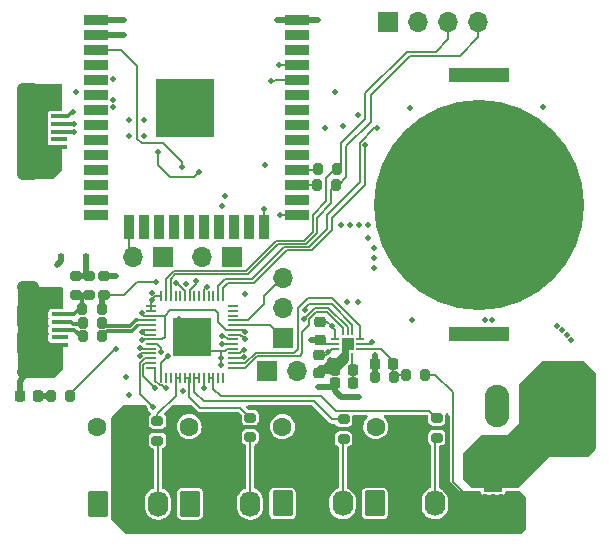
<source format=gtl>
G04 #@! TF.GenerationSoftware,KiCad,Pcbnew,(6.0.7)*
G04 #@! TF.CreationDate,2022-10-27T11:48:24+02:00*
G04 #@! TF.ProjectId,mainControl,6d61696e-436f-46e7-9472-6f6c2e6b6963,rev?*
G04 #@! TF.SameCoordinates,Original*
G04 #@! TF.FileFunction,Copper,L1,Top*
G04 #@! TF.FilePolarity,Positive*
%FSLAX46Y46*%
G04 Gerber Fmt 4.6, Leading zero omitted, Abs format (unit mm)*
G04 Created by KiCad (PCBNEW (6.0.7)) date 2022-10-27 11:48:24*
%MOMM*%
%LPD*%
G01*
G04 APERTURE LIST*
G04 Aperture macros list*
%AMRoundRect*
0 Rectangle with rounded corners*
0 $1 Rounding radius*
0 $2 $3 $4 $5 $6 $7 $8 $9 X,Y pos of 4 corners*
0 Add a 4 corners polygon primitive as box body*
4,1,4,$2,$3,$4,$5,$6,$7,$8,$9,$2,$3,0*
0 Add four circle primitives for the rounded corners*
1,1,$1+$1,$2,$3*
1,1,$1+$1,$4,$5*
1,1,$1+$1,$6,$7*
1,1,$1+$1,$8,$9*
0 Add four rect primitives between the rounded corners*
20,1,$1+$1,$2,$3,$4,$5,0*
20,1,$1+$1,$4,$5,$6,$7,0*
20,1,$1+$1,$6,$7,$8,$9,0*
20,1,$1+$1,$8,$9,$2,$3,0*%
G04 Aperture macros list end*
G04 #@! TA.AperFunction,SMDPad,CuDef*
%ADD10RoundRect,0.200000X-0.275000X0.200000X-0.275000X-0.200000X0.275000X-0.200000X0.275000X0.200000X0*%
G04 #@! TD*
G04 #@! TA.AperFunction,SMDPad,CuDef*
%ADD11RoundRect,0.200000X-0.200000X-0.275000X0.200000X-0.275000X0.200000X0.275000X-0.200000X0.275000X0*%
G04 #@! TD*
G04 #@! TA.AperFunction,ComponentPad*
%ADD12R,1.700000X1.700000*%
G04 #@! TD*
G04 #@! TA.AperFunction,ComponentPad*
%ADD13O,1.700000X1.700000*%
G04 #@! TD*
G04 #@! TA.AperFunction,SMDPad,CuDef*
%ADD14RoundRect,0.218750X-0.218750X-0.256250X0.218750X-0.256250X0.218750X0.256250X-0.218750X0.256250X0*%
G04 #@! TD*
G04 #@! TA.AperFunction,SMDPad,CuDef*
%ADD15R,2.000000X0.900000*%
G04 #@! TD*
G04 #@! TA.AperFunction,SMDPad,CuDef*
%ADD16R,0.900000X2.000000*%
G04 #@! TD*
G04 #@! TA.AperFunction,SMDPad,CuDef*
%ADD17R,5.000000X5.000000*%
G04 #@! TD*
G04 #@! TA.AperFunction,SMDPad,CuDef*
%ADD18R,5.080000X1.270000*%
G04 #@! TD*
G04 #@! TA.AperFunction,SMDPad,CuDef*
%ADD19C,17.800000*%
G04 #@! TD*
G04 #@! TA.AperFunction,ComponentPad*
%ADD20RoundRect,0.250000X-0.620000X-0.845000X0.620000X-0.845000X0.620000X0.845000X-0.620000X0.845000X0*%
G04 #@! TD*
G04 #@! TA.AperFunction,ComponentPad*
%ADD21O,1.740000X2.190000*%
G04 #@! TD*
G04 #@! TA.AperFunction,SMDPad,CuDef*
%ADD22RoundRect,0.200000X0.275000X-0.200000X0.275000X0.200000X-0.275000X0.200000X-0.275000X-0.200000X0*%
G04 #@! TD*
G04 #@! TA.AperFunction,SMDPad,CuDef*
%ADD23RoundRect,0.200000X0.200000X0.275000X-0.200000X0.275000X-0.200000X-0.275000X0.200000X-0.275000X0*%
G04 #@! TD*
G04 #@! TA.AperFunction,SMDPad,CuDef*
%ADD24RoundRect,0.225000X0.250000X-0.225000X0.250000X0.225000X-0.250000X0.225000X-0.250000X-0.225000X0*%
G04 #@! TD*
G04 #@! TA.AperFunction,SMDPad,CuDef*
%ADD25O,0.200000X0.700000*%
G04 #@! TD*
G04 #@! TA.AperFunction,SMDPad,CuDef*
%ADD26O,0.700000X0.200000*%
G04 #@! TD*
G04 #@! TA.AperFunction,SMDPad,CuDef*
%ADD27R,1.000000X1.000000*%
G04 #@! TD*
G04 #@! TA.AperFunction,SMDPad,CuDef*
%ADD28RoundRect,0.093750X-0.106250X0.093750X-0.106250X-0.093750X0.106250X-0.093750X0.106250X0.093750X0*%
G04 #@! TD*
G04 #@! TA.AperFunction,SMDPad,CuDef*
%ADD29R,1.600000X1.000000*%
G04 #@! TD*
G04 #@! TA.AperFunction,ComponentPad*
%ADD30R,1.600000X1.600000*%
G04 #@! TD*
G04 #@! TA.AperFunction,ComponentPad*
%ADD31C,1.600000*%
G04 #@! TD*
G04 #@! TA.AperFunction,SMDPad,CuDef*
%ADD32R,0.600000X0.450000*%
G04 #@! TD*
G04 #@! TA.AperFunction,ComponentPad*
%ADD33RoundRect,0.249999X0.790001X1.550001X-0.790001X1.550001X-0.790001X-1.550001X0.790001X-1.550001X0*%
G04 #@! TD*
G04 #@! TA.AperFunction,ComponentPad*
%ADD34O,2.080000X3.600000*%
G04 #@! TD*
G04 #@! TA.AperFunction,SMDPad,CuDef*
%ADD35R,1.400000X0.400000*%
G04 #@! TD*
G04 #@! TA.AperFunction,SMDPad,CuDef*
%ADD36R,1.900000X1.750000*%
G04 #@! TD*
G04 #@! TA.AperFunction,SMDPad,CuDef*
%ADD37R,1.450000X1.150000*%
G04 #@! TD*
G04 #@! TA.AperFunction,ComponentPad*
%ADD38O,1.900000X1.050000*%
G04 #@! TD*
G04 #@! TA.AperFunction,SMDPad,CuDef*
%ADD39RoundRect,0.225000X0.225000X0.250000X-0.225000X0.250000X-0.225000X-0.250000X0.225000X-0.250000X0*%
G04 #@! TD*
G04 #@! TA.AperFunction,SMDPad,CuDef*
%ADD40RoundRect,0.225000X-0.250000X0.225000X-0.250000X-0.225000X0.250000X-0.225000X0.250000X0.225000X0*%
G04 #@! TD*
G04 #@! TA.AperFunction,SMDPad,CuDef*
%ADD41RoundRect,0.050000X0.050000X-0.387500X0.050000X0.387500X-0.050000X0.387500X-0.050000X-0.387500X0*%
G04 #@! TD*
G04 #@! TA.AperFunction,SMDPad,CuDef*
%ADD42RoundRect,0.050000X0.387500X-0.050000X0.387500X0.050000X-0.387500X0.050000X-0.387500X-0.050000X0*%
G04 #@! TD*
G04 #@! TA.AperFunction,SMDPad,CuDef*
%ADD43R,3.200000X3.200000*%
G04 #@! TD*
G04 #@! TA.AperFunction,ViaPad*
%ADD44C,0.500000*%
G04 #@! TD*
G04 #@! TA.AperFunction,Conductor*
%ADD45C,0.200000*%
G04 #@! TD*
G04 #@! TA.AperFunction,Conductor*
%ADD46C,0.500000*%
G04 #@! TD*
G04 #@! TA.AperFunction,Conductor*
%ADD47C,0.127000*%
G04 #@! TD*
G04 #@! TA.AperFunction,Conductor*
%ADD48C,0.300000*%
G04 #@! TD*
G04 APERTURE END LIST*
D10*
X75470000Y-154830000D03*
X75470000Y-156480000D03*
D11*
X76075000Y-158800000D03*
X77725000Y-158800000D03*
D12*
X91650000Y-162875000D03*
D13*
X94190000Y-162875000D03*
D14*
X70735000Y-164979533D03*
X72310000Y-164979533D03*
D15*
X77200000Y-133145000D03*
X77200000Y-134415000D03*
X77200000Y-135685000D03*
X77200000Y-136955000D03*
X77200000Y-138225000D03*
X77200000Y-139495000D03*
X77200000Y-140765000D03*
X77200000Y-142035000D03*
X77200000Y-143305000D03*
X77200000Y-144575000D03*
X77200000Y-145845000D03*
X77200000Y-147115000D03*
X77200000Y-148385000D03*
X77200000Y-149655000D03*
D16*
X79985000Y-150655000D03*
X81255000Y-150655000D03*
X82525000Y-150655000D03*
X83795000Y-150655000D03*
X85065000Y-150655000D03*
X86335000Y-150655000D03*
X87605000Y-150655000D03*
X88875000Y-150655000D03*
X90145000Y-150655000D03*
X91415000Y-150655000D03*
D15*
X94200000Y-149655000D03*
X94200000Y-148385000D03*
X94200000Y-147115000D03*
X94200000Y-145845000D03*
X94200000Y-144575000D03*
X94200000Y-143305000D03*
X94200000Y-142035000D03*
X94200000Y-140765000D03*
X94200000Y-139495000D03*
X94200000Y-138225000D03*
X94200000Y-136955000D03*
X94200000Y-135685000D03*
X94200000Y-134415000D03*
X94200000Y-133145000D03*
D17*
X84700000Y-140645000D03*
D18*
X109600000Y-159785000D03*
X109600000Y-137815000D03*
D19*
X109600000Y-148800000D03*
D11*
X76045000Y-157655000D03*
X77695000Y-157655000D03*
D20*
X100800000Y-174100000D03*
D21*
X103340000Y-174100000D03*
X105880000Y-174100000D03*
D22*
X98150000Y-168625000D03*
X98150000Y-166975000D03*
D23*
X97625000Y-145800000D03*
X95975000Y-145800000D03*
D24*
X96200000Y-160250000D03*
X96200000Y-158700000D03*
D12*
X101950000Y-133375000D03*
D13*
X104490000Y-133375000D03*
X107030000Y-133375000D03*
X109570000Y-133375000D03*
D12*
X93000000Y-160075000D03*
D13*
X93000000Y-157535000D03*
X93000000Y-154995000D03*
D25*
X98100000Y-161675000D03*
X98500000Y-161675000D03*
X98900000Y-161675000D03*
D26*
X99575000Y-161000000D03*
X99575000Y-160600000D03*
X99575000Y-160200000D03*
D25*
X98900000Y-159525000D03*
X98500000Y-159525000D03*
X98100000Y-159525000D03*
D26*
X97425000Y-160200000D03*
X97425000Y-160600000D03*
X97425000Y-161000000D03*
D27*
X98500000Y-160600000D03*
D14*
X97412500Y-163900000D03*
X98987500Y-163900000D03*
D23*
X97525000Y-147100000D03*
X95875000Y-147100000D03*
D12*
X82900000Y-153225000D03*
D13*
X80360000Y-153225000D03*
D28*
X111450000Y-171712500D03*
X110800000Y-171712500D03*
X110150000Y-171712500D03*
X110150000Y-173487500D03*
X110800000Y-173487500D03*
X111450000Y-173487500D03*
D29*
X110800000Y-172600000D03*
D23*
X75025000Y-165000000D03*
X73375000Y-165000000D03*
D30*
X87582380Y-167600000D03*
D31*
X85082380Y-167600000D03*
D20*
X85160000Y-174120000D03*
D21*
X87700000Y-174120000D03*
X90240000Y-174120000D03*
D11*
X103429524Y-163200000D03*
X105079524Y-163200000D03*
X76070000Y-159950000D03*
X77720000Y-159950000D03*
X100775000Y-163400000D03*
X102425000Y-163400000D03*
D20*
X93000000Y-174100000D03*
D21*
X95540000Y-174100000D03*
X98080000Y-174100000D03*
D30*
X103382380Y-167600000D03*
D31*
X100882380Y-167600000D03*
D32*
X74220000Y-153155000D03*
X76320000Y-153155000D03*
D30*
X95482380Y-167600000D03*
D31*
X92982380Y-167600000D03*
D33*
X116240000Y-165877500D03*
D34*
X111160000Y-165877500D03*
D12*
X88700000Y-153225000D03*
D13*
X86160000Y-153225000D03*
D22*
X82400000Y-168775000D03*
X82400000Y-167125000D03*
D20*
X77360000Y-174120000D03*
D21*
X79900000Y-174120000D03*
X82440000Y-174120000D03*
D22*
X77870000Y-156480000D03*
X77870000Y-154830000D03*
D35*
X74120000Y-158080000D03*
X74120000Y-158730000D03*
X74120000Y-159380000D03*
X74120000Y-160030000D03*
X74120000Y-160680000D03*
D36*
X71470000Y-158255000D03*
D37*
X73700000Y-157060000D03*
D36*
X71470000Y-160505000D03*
D38*
X71470000Y-162955000D03*
D37*
X73700000Y-161700000D03*
D38*
X71470000Y-155805000D03*
D35*
X74050000Y-141325000D03*
X74050000Y-141975000D03*
X74050000Y-142625000D03*
X74050000Y-143275000D03*
X74050000Y-143925000D03*
D37*
X73630000Y-140305000D03*
D36*
X71400000Y-143750000D03*
D38*
X71400000Y-139050000D03*
D36*
X71400000Y-141500000D03*
D38*
X71400000Y-146200000D03*
D37*
X73630000Y-144945000D03*
D39*
X98975000Y-162800000D03*
X97425000Y-162800000D03*
D40*
X96100000Y-161500000D03*
X96100000Y-163050000D03*
D41*
X82725000Y-163437500D03*
X83125000Y-163437500D03*
X83525000Y-163437500D03*
X83925000Y-163437500D03*
X84325000Y-163437500D03*
X84725000Y-163437500D03*
X85125000Y-163437500D03*
X85525000Y-163437500D03*
X85925000Y-163437500D03*
X86325000Y-163437500D03*
X86725000Y-163437500D03*
X87125000Y-163437500D03*
X87525000Y-163437500D03*
X87925000Y-163437500D03*
D42*
X88762500Y-162600000D03*
X88762500Y-162200000D03*
X88762500Y-161800000D03*
X88762500Y-161400000D03*
X88762500Y-161000000D03*
X88762500Y-160600000D03*
X88762500Y-160200000D03*
X88762500Y-159800000D03*
X88762500Y-159400000D03*
X88762500Y-159000000D03*
X88762500Y-158600000D03*
X88762500Y-158200000D03*
X88762500Y-157800000D03*
X88762500Y-157400000D03*
D41*
X87925000Y-156562500D03*
X87525000Y-156562500D03*
X87125000Y-156562500D03*
X86725000Y-156562500D03*
X86325000Y-156562500D03*
X85925000Y-156562500D03*
X85525000Y-156562500D03*
X85125000Y-156562500D03*
X84725000Y-156562500D03*
X84325000Y-156562500D03*
X83925000Y-156562500D03*
X83525000Y-156562500D03*
X83125000Y-156562500D03*
X82725000Y-156562500D03*
D42*
X81887500Y-157400000D03*
X81887500Y-157800000D03*
X81887500Y-158200000D03*
X81887500Y-158600000D03*
X81887500Y-159000000D03*
X81887500Y-159400000D03*
X81887500Y-159800000D03*
X81887500Y-160200000D03*
X81887500Y-160600000D03*
X81887500Y-161000000D03*
X81887500Y-161400000D03*
X81887500Y-161800000D03*
X81887500Y-162200000D03*
X81887500Y-162600000D03*
D43*
X85325000Y-160000000D03*
D22*
X106050000Y-168525000D03*
X106050000Y-166875000D03*
X90250000Y-168475000D03*
X90250000Y-166825000D03*
D10*
X76570000Y-154830000D03*
X76570000Y-156480000D03*
D30*
X79782380Y-167600000D03*
D31*
X77282380Y-167600000D03*
D39*
X102375000Y-162300000D03*
X100825000Y-162300000D03*
D44*
X109600000Y-159800000D03*
X110600000Y-137800000D03*
X107700000Y-159800000D03*
X111500000Y-159800000D03*
X108600000Y-137800000D03*
X108600000Y-159800000D03*
X107600000Y-137800000D03*
X109600000Y-137800000D03*
X111500000Y-137800000D03*
X110500000Y-159800000D03*
X84850000Y-155550000D03*
X78650000Y-138200000D03*
X84250000Y-159600000D03*
X98100000Y-142150000D03*
X107514286Y-142450000D03*
X92555000Y-133145000D03*
X110800000Y-172600000D03*
X110150000Y-158600000D03*
X103700000Y-153100000D03*
X97006717Y-161952748D03*
X103700000Y-152500000D03*
X103700000Y-150650000D03*
X99350000Y-157050000D03*
X111350000Y-172600000D03*
X84550000Y-164550000D03*
X85800000Y-139550000D03*
X85800000Y-141750000D03*
X103700000Y-151900000D03*
X79950000Y-142950000D03*
X97450000Y-139300000D03*
X87900000Y-148900000D03*
X97150000Y-159100000D03*
X84250000Y-160700000D03*
X103700000Y-151300000D03*
X110250000Y-172600000D03*
X83600000Y-141750000D03*
X98450000Y-157000000D03*
X79950000Y-164950000D03*
X108214286Y-143850000D03*
X107514286Y-141650000D03*
X87750000Y-162400000D03*
X103700000Y-150000000D03*
X79950000Y-141650000D03*
X110750000Y-158600000D03*
X83600000Y-139550000D03*
X78850000Y-154800000D03*
X95950000Y-133150000D03*
X78945000Y-133145000D03*
X89850000Y-156400000D03*
X87750000Y-161800000D03*
X97650000Y-161950000D03*
X81250000Y-142950000D03*
X79550000Y-133150000D03*
X115014286Y-140550000D03*
X100850000Y-161500000D03*
X75500000Y-139300000D03*
X81250000Y-141650000D03*
X84250000Y-158500000D03*
X87882394Y-160596938D03*
X88150000Y-148050000D03*
X81050000Y-159550000D03*
X83300000Y-161600000D03*
X103950000Y-158600000D03*
X86350000Y-164350000D03*
X98700000Y-150500000D03*
X100700000Y-154200000D03*
X79700000Y-163400000D03*
X99350000Y-141250000D03*
X81900000Y-156850000D03*
X78650000Y-140500000D03*
X86550000Y-155750000D03*
X99450000Y-150500000D03*
X103800000Y-140650000D03*
X78650000Y-139950000D03*
X100250000Y-151600000D03*
X95400000Y-160250000D03*
X89800000Y-160176503D03*
X100700000Y-153350000D03*
X81900000Y-156250000D03*
X100700000Y-152450000D03*
X100250000Y-150500000D03*
X79550000Y-134450000D03*
X78950000Y-134450000D03*
X97950000Y-150500000D03*
X91500000Y-145450000D03*
X96550000Y-142300000D03*
X116650000Y-159450000D03*
X110750000Y-174550000D03*
X73850000Y-153950000D03*
X110100000Y-174550000D03*
X117450000Y-160250000D03*
X112050000Y-174550000D03*
X109450000Y-174550000D03*
X117050000Y-159850000D03*
X108200000Y-173900000D03*
X111400000Y-174550000D03*
X116250000Y-159050000D03*
X112700000Y-173850000D03*
X89800000Y-159550000D03*
X81050000Y-160250000D03*
X81050000Y-158000000D03*
X84500000Y-145600000D03*
X75250000Y-140950000D03*
X75300000Y-142000000D03*
X75300000Y-142626503D03*
X85950000Y-146050000D03*
X82450000Y-144350000D03*
X92750000Y-149650000D03*
X87900000Y-159900000D03*
X83100000Y-164350000D03*
X91450000Y-149200000D03*
X92000000Y-138300000D03*
X92650000Y-137000000D03*
X82188873Y-164361127D03*
X82050000Y-165950000D03*
X80897226Y-161604923D03*
X80890725Y-160963249D03*
X82700000Y-161300000D03*
X100550000Y-160450000D03*
X95950000Y-164250000D03*
X99450000Y-165050000D03*
X96850000Y-161300000D03*
X99950000Y-143750000D03*
X100980837Y-142319163D03*
X94850000Y-157700000D03*
X89733309Y-161694436D03*
X89750893Y-161068181D03*
X94800000Y-158500000D03*
X85650000Y-155300000D03*
X78850000Y-161050000D03*
X82250000Y-155350000D03*
X83965000Y-155448583D03*
D45*
X109600000Y-159785000D02*
X109600000Y-159800000D01*
X98100000Y-161675000D02*
X98100000Y-161000000D01*
D46*
X95945000Y-133145000D02*
X95950000Y-133150000D01*
D45*
X79985000Y-150655000D02*
X79985000Y-152850000D01*
X84705000Y-140645000D02*
X84700000Y-140645000D01*
D46*
X94200000Y-133145000D02*
X95945000Y-133145000D01*
X100775000Y-163400000D02*
X100775000Y-162350000D01*
D45*
X83600000Y-141745000D02*
X84700000Y-140645000D01*
D46*
X70735000Y-163690000D02*
X71470000Y-162955000D01*
X77870000Y-154830000D02*
X78820000Y-154830000D01*
X79545000Y-133145000D02*
X79550000Y-133150000D01*
X100825000Y-161525000D02*
X100850000Y-161500000D01*
D45*
X98500000Y-161675000D02*
X98500000Y-160600000D01*
D46*
X78945000Y-133145000D02*
X79545000Y-133145000D01*
D45*
X87750000Y-162400000D02*
X87750000Y-161800000D01*
X87750000Y-161200000D02*
X87800000Y-161150000D01*
X88300000Y-161000000D02*
X88150000Y-161150000D01*
X85800000Y-141750000D02*
X84700000Y-140650000D01*
X84695000Y-140645000D02*
X84700000Y-140645000D01*
X97925000Y-161675000D02*
X98500000Y-161675000D01*
D46*
X94200000Y-133145000D02*
X92555000Y-133145000D01*
D45*
X88762500Y-161000000D02*
X88300000Y-161000000D01*
X96200000Y-163050000D02*
X97175000Y-163050000D01*
X98100000Y-161000000D02*
X98500000Y-160600000D01*
X83600000Y-139550000D02*
X84695000Y-140645000D01*
X97425000Y-162175000D02*
X97425000Y-162800000D01*
X87750000Y-161800000D02*
X87750000Y-161200000D01*
X85800000Y-139550000D02*
X84705000Y-140645000D01*
X84700000Y-140650000D02*
X84700000Y-140645000D01*
D46*
X70735000Y-164979533D02*
X70735000Y-163690000D01*
X100825000Y-162300000D02*
X100825000Y-161525000D01*
X78820000Y-154830000D02*
X78850000Y-154800000D01*
X100775000Y-162350000D02*
X100825000Y-162300000D01*
D45*
X87800000Y-161150000D02*
X86475000Y-161150000D01*
X86475000Y-161150000D02*
X85325000Y-160000000D01*
X97150000Y-159100000D02*
X97425000Y-159375000D01*
X88150000Y-161150000D02*
X87800000Y-161150000D01*
X97425000Y-159375000D02*
X97425000Y-160200000D01*
X97150000Y-159100000D02*
X96750000Y-158700000D01*
X83600000Y-141750000D02*
X83600000Y-141745000D01*
X79985000Y-152850000D02*
X80335000Y-153200000D01*
D46*
X77200000Y-133145000D02*
X78945000Y-133145000D01*
D45*
X97175000Y-163050000D02*
X97425000Y-162800000D01*
X97650000Y-161950000D02*
X97925000Y-161675000D01*
X96750000Y-158700000D02*
X96200000Y-158700000D01*
X97650000Y-161950000D02*
X97425000Y-162175000D01*
X87882394Y-160596938D02*
X88171518Y-160596938D01*
X88171518Y-160596938D02*
X88174580Y-160600000D01*
X88174580Y-160600000D02*
X88762500Y-160600000D01*
X89375420Y-159800000D02*
X88762500Y-159800000D01*
X89800000Y-160176503D02*
X89650497Y-160027000D01*
X89602420Y-160027000D02*
X89375420Y-159800000D01*
X96550000Y-160600000D02*
X96200000Y-160250000D01*
X97425000Y-160600000D02*
X96550000Y-160600000D01*
X89650497Y-160027000D02*
X89602420Y-160027000D01*
X86325000Y-163437500D02*
X86325000Y-164325000D01*
D46*
X78915000Y-134415000D02*
X77200000Y-134415000D01*
D47*
X81887500Y-159400000D02*
X81200000Y-159400000D01*
D45*
X81887500Y-157800000D02*
X81887500Y-157400000D01*
D46*
X78950000Y-134450000D02*
X78915000Y-134415000D01*
D45*
X83300000Y-161600000D02*
X82725000Y-162175000D01*
D47*
X81887500Y-159800000D02*
X81300000Y-159800000D01*
D46*
X78950000Y-134450000D02*
X79550000Y-134450000D01*
D45*
X82712500Y-156550000D02*
X82725000Y-156562500D01*
X82200000Y-156550000D02*
X82712500Y-156550000D01*
X81887500Y-156862500D02*
X81900000Y-156850000D01*
X81900000Y-156850000D02*
X82200000Y-156550000D01*
D47*
X81200000Y-159400000D02*
X81050000Y-159550000D01*
D45*
X86325000Y-164325000D02*
X86350000Y-164350000D01*
D46*
X96200000Y-160250000D02*
X95400000Y-160250000D01*
D47*
X81300000Y-159800000D02*
X81050000Y-159550000D01*
D45*
X81887500Y-157400000D02*
X81887500Y-156862500D01*
X86325000Y-156562500D02*
X86325000Y-155975000D01*
X86325000Y-155975000D02*
X86550000Y-155750000D01*
X82725000Y-162175000D02*
X82725000Y-163437500D01*
X112675000Y-173875000D02*
X112700000Y-173850000D01*
X110800000Y-174500000D02*
X110750000Y-174550000D01*
X107400000Y-164700000D02*
X107400000Y-172250000D01*
X109375000Y-173875000D02*
X108225000Y-173875000D01*
X109375000Y-174475000D02*
X109450000Y-174550000D01*
X111450000Y-174500000D02*
X111400000Y-174550000D01*
X111450000Y-173950000D02*
X112050000Y-174550000D01*
X109375000Y-173875000D02*
X109375000Y-174475000D01*
X105079524Y-163200000D02*
X105900000Y-163200000D01*
X110150000Y-174500000D02*
X110100000Y-174550000D01*
X109025000Y-173875000D02*
X109375000Y-173875000D01*
D46*
X74220000Y-153580000D02*
X73850000Y-153950000D01*
D45*
X108225000Y-173875000D02*
X108200000Y-173900000D01*
X109375000Y-173875000D02*
X111450000Y-173875000D01*
X110150000Y-173875000D02*
X110150000Y-174500000D01*
X107400000Y-172250000D02*
X109025000Y-173875000D01*
X111450000Y-173875000D02*
X112675000Y-173875000D01*
X105900000Y-163200000D02*
X107400000Y-164700000D01*
X111450000Y-173875000D02*
X111450000Y-173950000D01*
X111450000Y-173875000D02*
X111450000Y-174500000D01*
D46*
X74220000Y-153155000D02*
X74220000Y-153580000D01*
D45*
X110800000Y-173875000D02*
X110800000Y-174500000D01*
D47*
X81887500Y-160200000D02*
X81100000Y-160200000D01*
D45*
X81887500Y-158200000D02*
X81250000Y-158200000D01*
X82800000Y-160200000D02*
X81887500Y-160200000D01*
X89800000Y-159550000D02*
X89650000Y-159400000D01*
X83450000Y-157750000D02*
X83000000Y-158200000D01*
X87550000Y-158750000D02*
X87550000Y-158000000D01*
X88762500Y-159400000D02*
X88200000Y-159400000D01*
X83000000Y-160000000D02*
X82800000Y-160200000D01*
X88200000Y-159400000D02*
X87550000Y-158750000D01*
X87300000Y-157750000D02*
X83450000Y-157750000D01*
X83000000Y-158200000D02*
X83000000Y-160000000D01*
X81250000Y-158200000D02*
X81050000Y-158000000D01*
X89650000Y-159400000D02*
X88762500Y-159400000D01*
X87550000Y-158000000D02*
X87300000Y-157750000D01*
D47*
X81100000Y-160200000D02*
X81050000Y-160250000D01*
D45*
X83000000Y-158200000D02*
X81887500Y-158200000D01*
X81050000Y-143600000D02*
X82900000Y-143600000D01*
X82900000Y-143600000D02*
X84500000Y-145200000D01*
X84500000Y-145200000D02*
X84500000Y-145600000D01*
X77200000Y-135685000D02*
X79285000Y-135685000D01*
X80700000Y-143250000D02*
X81050000Y-143600000D01*
X79285000Y-135685000D02*
X80700000Y-137100000D01*
X80700000Y-137100000D02*
X80700000Y-143250000D01*
D46*
X76320000Y-153155000D02*
X76320000Y-154580000D01*
X75470000Y-154830000D02*
X76570000Y-154830000D01*
X76320000Y-154580000D02*
X76570000Y-154830000D01*
X72310000Y-164979533D02*
X73354533Y-164979533D01*
X73354533Y-164979533D02*
X73375000Y-165000000D01*
D48*
X76045000Y-157655000D02*
X76050000Y-157650000D01*
X76050000Y-157650000D02*
X76050000Y-156750000D01*
X75370000Y-158080000D02*
X75795000Y-157655000D01*
X76570000Y-156480000D02*
X75470000Y-156480000D01*
X75795000Y-157655000D02*
X76045000Y-157655000D01*
X75780000Y-156480000D02*
X75470000Y-156480000D01*
X74120000Y-158080000D02*
X75370000Y-158080000D01*
X76050000Y-156750000D02*
X75780000Y-156480000D01*
X75080000Y-158730000D02*
X75250000Y-158900000D01*
X75250000Y-158900000D02*
X75975000Y-158900000D01*
X74120000Y-158730000D02*
X75080000Y-158730000D01*
X75975000Y-158900000D02*
X76075000Y-158800000D01*
X75900000Y-159950000D02*
X76070000Y-159950000D01*
X75330000Y-159380000D02*
X75900000Y-159950000D01*
X74120000Y-159380000D02*
X75330000Y-159380000D01*
D47*
X88762500Y-159000000D02*
X91925000Y-159000000D01*
X91925000Y-159000000D02*
X93000000Y-160075000D01*
X90050000Y-158600000D02*
X91400000Y-157250000D01*
X92790000Y-155160000D02*
X93000000Y-155160000D01*
X91400000Y-157250000D02*
X91400000Y-156550000D01*
X91400000Y-156550000D02*
X92790000Y-155160000D01*
X88762500Y-158600000D02*
X90050000Y-158600000D01*
D45*
X82440000Y-174120000D02*
X82440000Y-168815000D01*
X82440000Y-168815000D02*
X82400000Y-168775000D01*
X90250000Y-168475000D02*
X90240000Y-168485000D01*
X90240000Y-168485000D02*
X90240000Y-174120000D01*
X98080000Y-174100000D02*
X98080000Y-168695000D01*
X98080000Y-168695000D02*
X98150000Y-168625000D01*
X105900000Y-168675000D02*
X105900000Y-174080000D01*
X106050000Y-168525000D02*
X105900000Y-168675000D01*
X105900000Y-174080000D02*
X105880000Y-174100000D01*
D48*
X75200000Y-140950000D02*
X75250000Y-140950000D01*
X74050000Y-141325000D02*
X74825000Y-141325000D01*
X74825000Y-141325000D02*
X75200000Y-140950000D01*
X74050000Y-141975000D02*
X75275000Y-141975000D01*
X75275000Y-141975000D02*
X75300000Y-142000000D01*
X75298497Y-142625000D02*
X75300000Y-142626503D01*
X74050000Y-142625000D02*
X75298497Y-142625000D01*
D47*
X82450000Y-144350000D02*
X82450000Y-145450000D01*
X82450000Y-145450000D02*
X83500000Y-146500000D01*
X85500000Y-146500000D02*
X85950000Y-146050000D01*
X83500000Y-146500000D02*
X85500000Y-146500000D01*
D45*
X94200000Y-149655000D02*
X92755000Y-149655000D01*
X92755000Y-149655000D02*
X92750000Y-149650000D01*
X88333263Y-160200000D02*
X88762500Y-160200000D01*
X88033263Y-159900000D02*
X88333263Y-160200000D01*
X87900000Y-159900000D02*
X88033263Y-159900000D01*
D48*
X80226869Y-159527000D02*
X80676935Y-159076935D01*
X77720000Y-159950000D02*
X78143000Y-159527000D01*
D47*
X81887500Y-159000000D02*
X80753870Y-159000000D01*
X80753870Y-159000000D02*
X80676935Y-159076935D01*
D48*
X78143000Y-159527000D02*
X80226869Y-159527000D01*
X80550000Y-158600000D02*
X80700000Y-158600000D01*
X78025000Y-159100000D02*
X80050000Y-159100000D01*
D47*
X81887500Y-158600000D02*
X80700000Y-158600000D01*
D48*
X77725000Y-158800000D02*
X78025000Y-159100000D01*
X80050000Y-159100000D02*
X80550000Y-158600000D01*
D47*
X82150000Y-162600000D02*
X82200000Y-162650000D01*
X81887500Y-162600000D02*
X82150000Y-162600000D01*
X82200000Y-162650000D02*
X82200000Y-163690118D01*
X82815500Y-164065500D02*
X83100000Y-164350000D01*
X82575382Y-164065500D02*
X82815500Y-164065500D01*
X82200000Y-163690118D02*
X82575382Y-164065500D01*
D45*
X83925000Y-164975000D02*
X83925000Y-163437500D01*
X82400000Y-167125000D02*
X82400000Y-166500000D01*
X84325000Y-163437500D02*
X83925000Y-163437500D01*
X82400000Y-166500000D02*
X83925000Y-164975000D01*
X85125000Y-163437500D02*
X85100000Y-163462500D01*
X85100000Y-163462500D02*
X85100000Y-165100000D01*
X85100000Y-165100000D02*
X86000000Y-166000000D01*
X89425000Y-166000000D02*
X90250000Y-166825000D01*
X84725000Y-163437500D02*
X85125000Y-163437500D01*
X86000000Y-166000000D02*
X89425000Y-166000000D01*
X95650000Y-165450000D02*
X97175000Y-166975000D01*
X86300000Y-165450000D02*
X85525000Y-164675000D01*
X95650000Y-165450000D02*
X86300000Y-165450000D01*
X97175000Y-166975000D02*
X98150000Y-166975000D01*
X85525000Y-163437500D02*
X85925000Y-163437500D01*
X85525000Y-164675000D02*
X85525000Y-163437500D01*
X105425000Y-166250000D02*
X106050000Y-166875000D01*
X97500000Y-166250000D02*
X105425000Y-166250000D01*
X87125000Y-164375000D02*
X87750000Y-165000000D01*
X96250000Y-165000000D02*
X97500000Y-166250000D01*
X87750000Y-165000000D02*
X96250000Y-165000000D01*
X87125000Y-163437500D02*
X87125000Y-164375000D01*
X87125000Y-163437500D02*
X86725000Y-163437500D01*
X94200000Y-147115000D02*
X95860000Y-147115000D01*
X95860000Y-147115000D02*
X95875000Y-147100000D01*
X94200000Y-145845000D02*
X95930000Y-145845000D01*
X95930000Y-145845000D02*
X95975000Y-145800000D01*
D47*
X91450000Y-149200000D02*
X91415000Y-149235000D01*
X91415000Y-149235000D02*
X91415000Y-150655000D01*
D45*
X92325000Y-138225000D02*
X92250000Y-138300000D01*
X92250000Y-138300000D02*
X92000000Y-138300000D01*
X94200000Y-138225000D02*
X92325000Y-138225000D01*
X94200000Y-136955000D02*
X92695000Y-136955000D01*
X92695000Y-136955000D02*
X92650000Y-137000000D01*
D47*
X81887500Y-162200000D02*
X81350000Y-162200000D01*
X81350000Y-162200000D02*
X81154000Y-162396000D01*
X81154000Y-163326254D02*
X82188873Y-164361127D01*
X81154000Y-162396000D02*
X81154000Y-163326254D01*
X80900000Y-162225111D02*
X81325111Y-161800000D01*
X82050000Y-165950000D02*
X80900000Y-164800000D01*
X80900000Y-164800000D02*
X80900000Y-162225111D01*
X81325111Y-161800000D02*
X81887500Y-161800000D01*
X81102149Y-161400000D02*
X81887500Y-161400000D01*
X80897226Y-161604923D02*
X81102149Y-161400000D01*
X80927476Y-161000000D02*
X81887500Y-161000000D01*
X80890725Y-160963249D02*
X80927476Y-161000000D01*
X82700000Y-161300000D02*
X82700000Y-160900000D01*
X82400000Y-160600000D02*
X81887500Y-160600000D01*
X82700000Y-160900000D02*
X82400000Y-160600000D01*
D45*
X102375000Y-162300000D02*
X102375000Y-163350000D01*
X101300000Y-161000000D02*
X102375000Y-162075000D01*
X102425000Y-163200000D02*
X103429524Y-163200000D01*
X102375000Y-162075000D02*
X102375000Y-162100000D01*
X99575000Y-161000000D02*
X101300000Y-161000000D01*
X100400000Y-160600000D02*
X99575000Y-160600000D01*
X100550000Y-160450000D02*
X100400000Y-160600000D01*
X98975000Y-163887500D02*
X98987500Y-163900000D01*
X98900000Y-162725000D02*
X98975000Y-162800000D01*
X98975000Y-162800000D02*
X98975000Y-163887500D01*
X98900000Y-161675000D02*
X98900000Y-162725000D01*
X97200000Y-161000000D02*
X96700000Y-161500000D01*
D46*
X99450000Y-165050000D02*
X97925000Y-165050000D01*
X97050000Y-164250000D02*
X95950000Y-164250000D01*
X97400000Y-163900000D02*
X97050000Y-164250000D01*
D45*
X97425000Y-161000000D02*
X97200000Y-161000000D01*
D46*
X97412500Y-163900000D02*
X97400000Y-163900000D01*
X97925000Y-165050000D02*
X97412500Y-164537500D01*
D45*
X96700000Y-161500000D02*
X96200000Y-161500000D01*
D46*
X97412500Y-163900000D02*
X97412500Y-164537500D01*
D47*
X88350000Y-155400000D02*
X90600000Y-155400000D01*
X97200000Y-149900000D02*
X99950000Y-147150000D01*
X93342000Y-152658000D02*
X95492000Y-152658000D01*
X87925000Y-155825000D02*
X88350000Y-155400000D01*
X99950000Y-147150000D02*
X99950000Y-143750000D01*
X97200000Y-150950000D02*
X97200000Y-149900000D01*
X87925000Y-156562500D02*
X87925000Y-155825000D01*
X90600000Y-155400000D02*
X93342000Y-152658000D01*
X95492000Y-152658000D02*
X97200000Y-150950000D01*
X87525000Y-155725000D02*
X87525000Y-156562500D01*
X100980837Y-142319163D02*
X100757875Y-142319163D01*
X95246000Y-152404000D02*
X93096000Y-152404000D01*
X99509500Y-146890500D02*
X96750000Y-149650000D01*
X88150000Y-155100000D02*
X87525000Y-155725000D01*
X96750000Y-149650000D02*
X96750000Y-150900000D01*
X96750000Y-150900000D02*
X95246000Y-152404000D01*
X100757875Y-142319163D02*
X99509500Y-143567538D01*
X93096000Y-152404000D02*
X90400000Y-155100000D01*
X99509500Y-143567538D02*
X99509500Y-146890500D01*
X90400000Y-155100000D02*
X88150000Y-155100000D01*
X89850000Y-162200000D02*
X90704000Y-161346000D01*
X94300000Y-161000000D02*
X94300000Y-157550000D01*
X93954000Y-161346000D02*
X94300000Y-161000000D01*
X95150000Y-156700000D02*
X97200000Y-156700000D01*
X88762500Y-162200000D02*
X89850000Y-162200000D01*
X99575000Y-159075000D02*
X99575000Y-160200000D01*
X90704000Y-161346000D02*
X93954000Y-161346000D01*
X97200000Y-156700000D02*
X99575000Y-159075000D01*
X94300000Y-157550000D02*
X95150000Y-156700000D01*
X94850000Y-157550000D02*
X94850000Y-157700000D01*
X95200000Y-157200000D02*
X94850000Y-157550000D01*
X95200000Y-157200000D02*
X97150000Y-157200000D01*
X89733309Y-161694436D02*
X89627745Y-161800000D01*
X98900000Y-159525000D02*
X98900000Y-158950000D01*
X97150000Y-157200000D02*
X98900000Y-158950000D01*
X89627745Y-161800000D02*
X88762500Y-161800000D01*
X95000000Y-158300000D02*
X94800000Y-158500000D01*
X96850000Y-157550000D02*
X98500000Y-159200000D01*
X95750000Y-157550000D02*
X96850000Y-157550000D01*
X89731819Y-161068181D02*
X89400000Y-161400000D01*
X89400000Y-161400000D02*
X88762500Y-161400000D01*
X98500000Y-159525000D02*
X98500000Y-159200000D01*
X89750893Y-161068181D02*
X89731819Y-161068181D01*
X95750000Y-157550000D02*
X95000000Y-158300000D01*
X94450000Y-161600000D02*
X90850000Y-161600000D01*
X95850000Y-157900000D02*
X95240500Y-158509500D01*
X89850000Y-162600000D02*
X88762500Y-162600000D01*
X98100000Y-159248000D02*
X96752000Y-157900000D01*
X90850000Y-161600000D02*
X89850000Y-162600000D01*
X95240500Y-159009500D02*
X94650000Y-159600000D01*
X94650000Y-159600000D02*
X94650000Y-161400000D01*
X94650000Y-161400000D02*
X94450000Y-161600000D01*
X98100000Y-159525000D02*
X98100000Y-159248000D01*
X95240500Y-158509500D02*
X95240500Y-159009500D01*
X96752000Y-157900000D02*
X95850000Y-157900000D01*
X78800000Y-161050000D02*
X78850000Y-161050000D01*
X85125000Y-156025000D02*
X85125000Y-156562500D01*
X85650000Y-155300000D02*
X85650000Y-155500000D01*
X75025000Y-165000000D02*
X75025000Y-164825000D01*
X75025000Y-164825000D02*
X78800000Y-161050000D01*
X85650000Y-155500000D02*
X85125000Y-156025000D01*
X79570000Y-156480000D02*
X80700000Y-155350000D01*
X84725000Y-156562500D02*
X84725000Y-156125000D01*
X84050000Y-155450000D02*
X84725000Y-156125000D01*
X83966417Y-155450000D02*
X83965000Y-155448583D01*
X84050000Y-155450000D02*
X83950000Y-155450000D01*
X77870000Y-156480000D02*
X79570000Y-156480000D01*
D46*
X77695000Y-156655000D02*
X77870000Y-156480000D01*
D47*
X80700000Y-155350000D02*
X82250000Y-155350000D01*
X84050000Y-155450000D02*
X83966417Y-155450000D01*
D46*
X77695000Y-157655000D02*
X77695000Y-156655000D01*
D47*
X92600000Y-152150000D02*
X94950000Y-152150000D01*
X83525000Y-155075000D02*
X83900000Y-154700000D01*
X100450000Y-141800000D02*
X100450000Y-139500000D01*
X98400000Y-146450000D02*
X98400000Y-143850000D01*
X98400000Y-143850000D02*
X100450000Y-141800000D01*
X97100000Y-148700000D02*
X97100000Y-147525000D01*
X109570000Y-134630000D02*
X109570000Y-133375000D01*
X108000000Y-136200000D02*
X109570000Y-134630000D01*
X97100000Y-147525000D02*
X97525000Y-147100000D01*
X83900000Y-154700000D02*
X90050000Y-154700000D01*
X83525000Y-156562500D02*
X83525000Y-155075000D01*
X100450000Y-139500000D02*
X103750000Y-136200000D01*
X97750000Y-147100000D02*
X98400000Y-146450000D01*
X90050000Y-154700000D02*
X92600000Y-152150000D01*
X95900000Y-151200000D02*
X95900000Y-149900000D01*
X97525000Y-147100000D02*
X97750000Y-147100000D01*
X94950000Y-152150000D02*
X95900000Y-151200000D01*
X95900000Y-149900000D02*
X97100000Y-148700000D01*
X103750000Y-136200000D02*
X108000000Y-136200000D01*
X107030000Y-134770000D02*
X107030000Y-133375000D01*
X94800000Y-151850000D02*
X92450000Y-151850000D01*
X95550000Y-149650000D02*
X95550000Y-151100000D01*
X95550000Y-151100000D02*
X94800000Y-151850000D01*
X97950000Y-145475000D02*
X97950000Y-143600000D01*
X100000000Y-139350000D02*
X103500000Y-135850000D01*
X92450000Y-151850000D02*
X89900000Y-154400000D01*
X103500000Y-135850000D02*
X105950000Y-135850000D01*
X97950000Y-143600000D02*
X100000000Y-141550000D01*
X96700000Y-148500000D02*
X95550000Y-149650000D01*
X97625000Y-145800000D02*
X97950000Y-145475000D01*
X97450000Y-145800000D02*
X96700000Y-146550000D01*
X96700000Y-146550000D02*
X96700000Y-148500000D01*
X97625000Y-145800000D02*
X97450000Y-145800000D01*
X100000000Y-141550000D02*
X100000000Y-139350000D01*
X83125000Y-155075000D02*
X83125000Y-156562500D01*
X83800000Y-154400000D02*
X83125000Y-155075000D01*
X105950000Y-135850000D02*
X107030000Y-134770000D01*
X89900000Y-154400000D02*
X83800000Y-154400000D01*
G04 #@! TA.AperFunction,Conductor*
G36*
X74242121Y-138570002D02*
G01*
X74288614Y-138623658D01*
X74300000Y-138676000D01*
X74300000Y-140744500D01*
X74279998Y-140812621D01*
X74226342Y-140859114D01*
X74174000Y-140870500D01*
X73340790Y-140870501D01*
X73324934Y-140870501D01*
X73289182Y-140877612D01*
X73262874Y-140882844D01*
X73262872Y-140882845D01*
X73250699Y-140885266D01*
X73240379Y-140892161D01*
X73240378Y-140892162D01*
X73179985Y-140932516D01*
X73166516Y-140941516D01*
X73110266Y-141025699D01*
X73095500Y-141099933D01*
X73095501Y-141550066D01*
X73102549Y-141585502D01*
X73110266Y-141624301D01*
X73106066Y-141625136D01*
X73111157Y-141672324D01*
X73110172Y-141675680D01*
X73110266Y-141675699D01*
X73095500Y-141749933D01*
X73095501Y-142200066D01*
X73110266Y-142274301D01*
X73106066Y-142275136D01*
X73111157Y-142322324D01*
X73110172Y-142325680D01*
X73110266Y-142325699D01*
X73095500Y-142399933D01*
X73095501Y-142850066D01*
X73110266Y-142924301D01*
X73106066Y-142925136D01*
X73111157Y-142972324D01*
X73110172Y-142975680D01*
X73110266Y-142975699D01*
X73095500Y-143049933D01*
X73095501Y-143500066D01*
X73110266Y-143574301D01*
X73166516Y-143658484D01*
X73250699Y-143714734D01*
X73324933Y-143729500D01*
X73339708Y-143729500D01*
X74174001Y-143729499D01*
X74242121Y-143749501D01*
X74288614Y-143803157D01*
X74300000Y-143855499D01*
X74300000Y-145897810D01*
X74279998Y-145965931D01*
X74263095Y-145986905D01*
X73636905Y-146613095D01*
X73574593Y-146647121D01*
X73547810Y-146650000D01*
X71052190Y-146650000D01*
X70984069Y-146629998D01*
X70963095Y-146613095D01*
X70536905Y-146186905D01*
X70502879Y-146124593D01*
X70500000Y-146097810D01*
X70500000Y-139152190D01*
X70520002Y-139084069D01*
X70536905Y-139063095D01*
X71013095Y-138586905D01*
X71075407Y-138552879D01*
X71102190Y-138550000D01*
X74174000Y-138550000D01*
X74242121Y-138570002D01*
G37*
G04 #@! TD.AperFunction*
G04 #@! TA.AperFunction,Conductor*
G36*
X118515931Y-162020002D02*
G01*
X118536905Y-162036905D01*
X119463095Y-162963095D01*
X119497121Y-163025407D01*
X119500000Y-163052190D01*
X119500000Y-169447810D01*
X119479998Y-169515931D01*
X119463095Y-169536905D01*
X118836905Y-170163095D01*
X118774593Y-170197121D01*
X118747810Y-170200000D01*
X115550000Y-170200000D01*
X113036905Y-172713095D01*
X112974593Y-172747121D01*
X112947810Y-172750000D01*
X109052190Y-172750000D01*
X108984069Y-172729998D01*
X108963095Y-172713095D01*
X108286905Y-172036905D01*
X108252879Y-171974593D01*
X108250000Y-171947810D01*
X108250000Y-169952190D01*
X108270002Y-169884069D01*
X108286905Y-169863095D01*
X109813095Y-168336905D01*
X109875407Y-168302879D01*
X109902190Y-168300000D01*
X111950000Y-168300000D01*
X113000000Y-167250000D01*
X113000000Y-164102190D01*
X113020002Y-164034069D01*
X113036905Y-164013095D01*
X115013095Y-162036905D01*
X115075407Y-162002879D01*
X115102190Y-162000000D01*
X118447810Y-162000000D01*
X118515931Y-162020002D01*
G37*
G04 #@! TD.AperFunction*
G04 #@! TA.AperFunction,Conductor*
G36*
X81416211Y-165770002D02*
G01*
X81437185Y-165786905D01*
X81504711Y-165854431D01*
X81538737Y-165916743D01*
X81541032Y-165939391D01*
X81540350Y-165943773D01*
X81541514Y-165952674D01*
X81541514Y-165952676D01*
X81543311Y-165966415D01*
X81559088Y-166087065D01*
X81617289Y-166219339D01*
X81623063Y-166226208D01*
X81691448Y-166307561D01*
X81710276Y-166329960D01*
X81717747Y-166334933D01*
X81717748Y-166334934D01*
X81800239Y-166389845D01*
X81845862Y-166444243D01*
X81854832Y-166514670D01*
X81824303Y-166578768D01*
X81811923Y-166590036D01*
X81807561Y-166594398D01*
X81799990Y-166599990D01*
X81718791Y-166709924D01*
X81673507Y-166838873D01*
X81672785Y-166846515D01*
X81672784Y-166846518D01*
X81671376Y-166861421D01*
X81670500Y-166870685D01*
X81670501Y-167379314D01*
X81670780Y-167382262D01*
X81670780Y-167382271D01*
X81672486Y-167400322D01*
X81673507Y-167411127D01*
X81718791Y-167540076D01*
X81799990Y-167650010D01*
X81909924Y-167731209D01*
X82038873Y-167776493D01*
X82046515Y-167777215D01*
X82046518Y-167777216D01*
X82061421Y-167778624D01*
X82070685Y-167779500D01*
X82399777Y-167779500D01*
X82729314Y-167779499D01*
X82732262Y-167779220D01*
X82732271Y-167779220D01*
X82753478Y-167777216D01*
X82753480Y-167777216D01*
X82761127Y-167776493D01*
X82890076Y-167731209D01*
X83000010Y-167650010D01*
X83047875Y-167585206D01*
X84022881Y-167585206D01*
X84024123Y-167600000D01*
X84039174Y-167779221D01*
X84040186Y-167791278D01*
X84097187Y-167990066D01*
X84100005Y-167995548D01*
X84100006Y-167995552D01*
X84188894Y-168168509D01*
X84188897Y-168168513D01*
X84191714Y-168173995D01*
X84320166Y-168336061D01*
X84477651Y-168470091D01*
X84658169Y-168570980D01*
X84854846Y-168634884D01*
X85060189Y-168659370D01*
X85066324Y-168658898D01*
X85066326Y-168658898D01*
X85260236Y-168643977D01*
X85260240Y-168643976D01*
X85266378Y-168643504D01*
X85465558Y-168587892D01*
X85471062Y-168585112D01*
X85471064Y-168585111D01*
X85644642Y-168497431D01*
X85644644Y-168497430D01*
X85650143Y-168494652D01*
X85813102Y-168367334D01*
X85817128Y-168362670D01*
X85817131Y-168362667D01*
X85944199Y-168215457D01*
X85944200Y-168215455D01*
X85948228Y-168210789D01*
X86006870Y-168107561D01*
X86047330Y-168036340D01*
X86047332Y-168036336D01*
X86050375Y-168030979D01*
X86052568Y-168024387D01*
X86113705Y-167840601D01*
X86113706Y-167840598D01*
X86115650Y-167834753D01*
X86141569Y-167629586D01*
X86141982Y-167600000D01*
X86140531Y-167585206D01*
X91922881Y-167585206D01*
X91924123Y-167600000D01*
X91939174Y-167779221D01*
X91940186Y-167791278D01*
X91997187Y-167990066D01*
X92000005Y-167995548D01*
X92000006Y-167995552D01*
X92088894Y-168168509D01*
X92088897Y-168168513D01*
X92091714Y-168173995D01*
X92220166Y-168336061D01*
X92377651Y-168470091D01*
X92558169Y-168570980D01*
X92754846Y-168634884D01*
X92960189Y-168659370D01*
X92966324Y-168658898D01*
X92966326Y-168658898D01*
X93160236Y-168643977D01*
X93160240Y-168643976D01*
X93166378Y-168643504D01*
X93365558Y-168587892D01*
X93371062Y-168585112D01*
X93371064Y-168585111D01*
X93544642Y-168497431D01*
X93544644Y-168497430D01*
X93550143Y-168494652D01*
X93713102Y-168367334D01*
X93717128Y-168362670D01*
X93717131Y-168362667D01*
X93844199Y-168215457D01*
X93844200Y-168215455D01*
X93848228Y-168210789D01*
X93906870Y-168107561D01*
X93947330Y-168036340D01*
X93947332Y-168036336D01*
X93950375Y-168030979D01*
X93952568Y-168024387D01*
X94013705Y-167840601D01*
X94013706Y-167840598D01*
X94015650Y-167834753D01*
X94041569Y-167629586D01*
X94041982Y-167600000D01*
X94021802Y-167394189D01*
X93962031Y-167196217D01*
X93898297Y-167076351D01*
X93867839Y-167019067D01*
X93867837Y-167019064D01*
X93864945Y-167013625D01*
X93861054Y-167008855D01*
X93861052Y-167008851D01*
X93738138Y-166858143D01*
X93738135Y-166858140D01*
X93734243Y-166853368D01*
X93729494Y-166849439D01*
X93579651Y-166725478D01*
X93579646Y-166725475D01*
X93574902Y-166721550D01*
X93569483Y-166718620D01*
X93569480Y-166718618D01*
X93398412Y-166626122D01*
X93398407Y-166626120D01*
X93392992Y-166623192D01*
X93195443Y-166562040D01*
X93189318Y-166561396D01*
X93189317Y-166561396D01*
X92995906Y-166541068D01*
X92995904Y-166541068D01*
X92989777Y-166540424D01*
X92863609Y-166551906D01*
X92789971Y-166558607D01*
X92789970Y-166558607D01*
X92783830Y-166559166D01*
X92585446Y-166617554D01*
X92579981Y-166620411D01*
X92407641Y-166710508D01*
X92407637Y-166710511D01*
X92402181Y-166713363D01*
X92241015Y-166842943D01*
X92108088Y-167001360D01*
X92008462Y-167182578D01*
X91945933Y-167379696D01*
X91945247Y-167385813D01*
X91945246Y-167385817D01*
X91928940Y-167531188D01*
X91922881Y-167585206D01*
X86140531Y-167585206D01*
X86121802Y-167394189D01*
X86062031Y-167196217D01*
X85998297Y-167076351D01*
X85967839Y-167019067D01*
X85967837Y-167019064D01*
X85964945Y-167013625D01*
X85961054Y-167008855D01*
X85961052Y-167008851D01*
X85838138Y-166858143D01*
X85838135Y-166858140D01*
X85834243Y-166853368D01*
X85829494Y-166849439D01*
X85679651Y-166725478D01*
X85679646Y-166725475D01*
X85674902Y-166721550D01*
X85669483Y-166718620D01*
X85669480Y-166718618D01*
X85498412Y-166626122D01*
X85498407Y-166626120D01*
X85492992Y-166623192D01*
X85295443Y-166562040D01*
X85289318Y-166561396D01*
X85289317Y-166561396D01*
X85095906Y-166541068D01*
X85095904Y-166541068D01*
X85089777Y-166540424D01*
X84963609Y-166551906D01*
X84889971Y-166558607D01*
X84889970Y-166558607D01*
X84883830Y-166559166D01*
X84685446Y-166617554D01*
X84679981Y-166620411D01*
X84507641Y-166710508D01*
X84507637Y-166710511D01*
X84502181Y-166713363D01*
X84341015Y-166842943D01*
X84208088Y-167001360D01*
X84108462Y-167182578D01*
X84045933Y-167379696D01*
X84045247Y-167385813D01*
X84045246Y-167385817D01*
X84028940Y-167531188D01*
X84022881Y-167585206D01*
X83047875Y-167585206D01*
X83081209Y-167540076D01*
X83126493Y-167411127D01*
X83127515Y-167400322D01*
X83128885Y-167385817D01*
X83129500Y-167379315D01*
X83129499Y-166870686D01*
X83127752Y-166852190D01*
X83127216Y-166846522D01*
X83127215Y-166846518D01*
X83126493Y-166838873D01*
X83081209Y-166709924D01*
X83000010Y-166599990D01*
X82992439Y-166594398D01*
X82988785Y-166590744D01*
X82954759Y-166528432D01*
X82959824Y-166457617D01*
X82988785Y-166412554D01*
X83614434Y-165786905D01*
X83676746Y-165752879D01*
X83703529Y-165750000D01*
X85196470Y-165750000D01*
X85264591Y-165770002D01*
X85285565Y-165786904D01*
X85713084Y-166214422D01*
X85725586Y-166229902D01*
X85728525Y-166233132D01*
X85734175Y-166241882D01*
X85758438Y-166261009D01*
X85762433Y-166264559D01*
X85762517Y-166264460D01*
X85766480Y-166267818D01*
X85770156Y-166271494D01*
X85774385Y-166274517D01*
X85774386Y-166274517D01*
X85784652Y-166281854D01*
X85789395Y-166285415D01*
X85818675Y-166308497D01*
X85818679Y-166308499D01*
X85826857Y-166314946D01*
X85834925Y-166317779D01*
X85841885Y-166322753D01*
X85851863Y-166325737D01*
X85887586Y-166336420D01*
X85893235Y-166338256D01*
X85938208Y-166354050D01*
X85943404Y-166354500D01*
X85946109Y-166354500D01*
X85948365Y-166354597D01*
X85948841Y-166354740D01*
X85948839Y-166354786D01*
X85949038Y-166354799D01*
X85954955Y-166356568D01*
X86005124Y-166354597D01*
X86010070Y-166354500D01*
X89225971Y-166354500D01*
X89294092Y-166374502D01*
X89315066Y-166391405D01*
X89483595Y-166559934D01*
X89517621Y-166622246D01*
X89520500Y-166649029D01*
X89520501Y-166863146D01*
X89520501Y-167079314D01*
X89523507Y-167111127D01*
X89568791Y-167240076D01*
X89649990Y-167350010D01*
X89759924Y-167431209D01*
X89888873Y-167476493D01*
X89896515Y-167477215D01*
X89896518Y-167477216D01*
X89911421Y-167478624D01*
X89920685Y-167479500D01*
X90249777Y-167479500D01*
X90579314Y-167479499D01*
X90582262Y-167479220D01*
X90582271Y-167479220D01*
X90603478Y-167477216D01*
X90603480Y-167477216D01*
X90611127Y-167476493D01*
X90740076Y-167431209D01*
X90850010Y-167350010D01*
X90931209Y-167240076D01*
X90976493Y-167111127D01*
X90979500Y-167079315D01*
X90979499Y-166570686D01*
X90978855Y-166563862D01*
X90977216Y-166546522D01*
X90977216Y-166546520D01*
X90976493Y-166538873D01*
X90931209Y-166409924D01*
X90850010Y-166299990D01*
X90740076Y-166218791D01*
X90611127Y-166173507D01*
X90603485Y-166172785D01*
X90603482Y-166172784D01*
X90588579Y-166171376D01*
X90579315Y-166170500D01*
X90553387Y-166170500D01*
X90149029Y-166170501D01*
X90080909Y-166150499D01*
X90059934Y-166133596D01*
X89945933Y-166019595D01*
X89911907Y-165957283D01*
X89916972Y-165886468D01*
X89959519Y-165829632D01*
X90026039Y-165804821D01*
X90035028Y-165804500D01*
X95450971Y-165804500D01*
X95519092Y-165824502D01*
X95540066Y-165841405D01*
X96888084Y-167189423D01*
X96900592Y-167204909D01*
X96903526Y-167208134D01*
X96909175Y-167216882D01*
X96924946Y-167229315D01*
X96933430Y-167236003D01*
X96937433Y-167239561D01*
X96937518Y-167239461D01*
X96941475Y-167242814D01*
X96945156Y-167246495D01*
X96949388Y-167249519D01*
X96949390Y-167249521D01*
X96959665Y-167256864D01*
X96964409Y-167260426D01*
X96993675Y-167283497D01*
X96993679Y-167283499D01*
X97001857Y-167289946D01*
X97009925Y-167292779D01*
X97016885Y-167297753D01*
X97026863Y-167300737D01*
X97062586Y-167311420D01*
X97068235Y-167313256D01*
X97113208Y-167329050D01*
X97118404Y-167329500D01*
X97121109Y-167329500D01*
X97123365Y-167329597D01*
X97123841Y-167329740D01*
X97123839Y-167329786D01*
X97124038Y-167329799D01*
X97129955Y-167331568D01*
X97180124Y-167329597D01*
X97185070Y-167329500D01*
X97362444Y-167329500D01*
X97430565Y-167349502D01*
X97468234Y-167390487D01*
X97468791Y-167390076D01*
X97549990Y-167500010D01*
X97659924Y-167581209D01*
X97788873Y-167626493D01*
X97796515Y-167627215D01*
X97796518Y-167627216D01*
X97811421Y-167628624D01*
X97820685Y-167629500D01*
X98149777Y-167629500D01*
X98479314Y-167629499D01*
X98482262Y-167629220D01*
X98482271Y-167629220D01*
X98503478Y-167627216D01*
X98503480Y-167627216D01*
X98511127Y-167626493D01*
X98640076Y-167581209D01*
X98750010Y-167500010D01*
X98831209Y-167390076D01*
X98876493Y-167261127D01*
X98879500Y-167229315D01*
X98879499Y-166730500D01*
X98899501Y-166662379D01*
X98953156Y-166615886D01*
X99005499Y-166604500D01*
X100079782Y-166604500D01*
X100147903Y-166624502D01*
X100194396Y-166678158D01*
X100204500Y-166748432D01*
X100175006Y-166813012D01*
X100158736Y-166828695D01*
X100155091Y-166831626D01*
X100145815Y-166839084D01*
X100141015Y-166842943D01*
X100008088Y-167001360D01*
X99908462Y-167182578D01*
X99845933Y-167379696D01*
X99845247Y-167385813D01*
X99845246Y-167385817D01*
X99828940Y-167531188D01*
X99822881Y-167585206D01*
X99824123Y-167600000D01*
X99839174Y-167779221D01*
X99840186Y-167791278D01*
X99897187Y-167990066D01*
X99900005Y-167995548D01*
X99900006Y-167995552D01*
X99988894Y-168168509D01*
X99988897Y-168168513D01*
X99991714Y-168173995D01*
X100120166Y-168336061D01*
X100277651Y-168470091D01*
X100458169Y-168570980D01*
X100654846Y-168634884D01*
X100860189Y-168659370D01*
X100866324Y-168658898D01*
X100866326Y-168658898D01*
X101060236Y-168643977D01*
X101060240Y-168643976D01*
X101066378Y-168643504D01*
X101265558Y-168587892D01*
X101271062Y-168585112D01*
X101271064Y-168585111D01*
X101444642Y-168497431D01*
X101444644Y-168497430D01*
X101450143Y-168494652D01*
X101613102Y-168367334D01*
X101617128Y-168362670D01*
X101617131Y-168362667D01*
X101744199Y-168215457D01*
X101744200Y-168215455D01*
X101748228Y-168210789D01*
X101806870Y-168107561D01*
X101847330Y-168036340D01*
X101847332Y-168036336D01*
X101850375Y-168030979D01*
X101852568Y-168024387D01*
X101913705Y-167840601D01*
X101913706Y-167840598D01*
X101915650Y-167834753D01*
X101941569Y-167629586D01*
X101941982Y-167600000D01*
X101921802Y-167394189D01*
X101862031Y-167196217D01*
X101798297Y-167076351D01*
X101767839Y-167019067D01*
X101767837Y-167019064D01*
X101764945Y-167013625D01*
X101761054Y-167008855D01*
X101761052Y-167008851D01*
X101638138Y-166858143D01*
X101638135Y-166858140D01*
X101634243Y-166853368D01*
X101629494Y-166849439D01*
X101629493Y-166849438D01*
X101603076Y-166827584D01*
X101563338Y-166768750D01*
X101561717Y-166697772D01*
X101598726Y-166637185D01*
X101662616Y-166606225D01*
X101683392Y-166604500D01*
X105194500Y-166604500D01*
X105262621Y-166624502D01*
X105309114Y-166678158D01*
X105320500Y-166730500D01*
X105320501Y-167129314D01*
X105323507Y-167161127D01*
X105368791Y-167290076D01*
X105449990Y-167400010D01*
X105559924Y-167481209D01*
X105688873Y-167526493D01*
X105696515Y-167527215D01*
X105696518Y-167527216D01*
X105711421Y-167528624D01*
X105720685Y-167529500D01*
X106049777Y-167529500D01*
X106379314Y-167529499D01*
X106382262Y-167529220D01*
X106382271Y-167529220D01*
X106403478Y-167527216D01*
X106403480Y-167527216D01*
X106411127Y-167526493D01*
X106540076Y-167481209D01*
X106650010Y-167400010D01*
X106731209Y-167290076D01*
X106776493Y-167161127D01*
X106779500Y-167129315D01*
X106779499Y-166620686D01*
X106779046Y-166615886D01*
X106776817Y-166592301D01*
X106790322Y-166522600D01*
X106839366Y-166471266D01*
X106908378Y-166454597D01*
X106975447Y-166477884D01*
X106991353Y-166491353D01*
X107163095Y-166663095D01*
X107197121Y-166725407D01*
X107200000Y-166752190D01*
X107200000Y-172250000D01*
X108000000Y-173050000D01*
X109627164Y-173050000D01*
X109695285Y-173070002D01*
X109741778Y-173123658D01*
X109750743Y-173151421D01*
X109756412Y-173179923D01*
X109760266Y-173199301D01*
X109767161Y-173209620D01*
X109767162Y-173209622D01*
X109776667Y-173223847D01*
X109816516Y-173283484D01*
X109900699Y-173339734D01*
X109974933Y-173354500D01*
X110799866Y-173354500D01*
X111625066Y-173354499D01*
X111660818Y-173347388D01*
X111687126Y-173342156D01*
X111687128Y-173342155D01*
X111699301Y-173339734D01*
X111709621Y-173332839D01*
X111709622Y-173332838D01*
X111773168Y-173290377D01*
X111783484Y-173283484D01*
X111839734Y-173199301D01*
X111849258Y-173151418D01*
X111882165Y-173088510D01*
X111943860Y-173053377D01*
X111972837Y-173050000D01*
X113047810Y-173050000D01*
X113115931Y-173070002D01*
X113136905Y-173086905D01*
X113563095Y-173513095D01*
X113597121Y-173575407D01*
X113600000Y-173602190D01*
X113600000Y-176147810D01*
X113579998Y-176215931D01*
X113563095Y-176236905D01*
X113136905Y-176663095D01*
X113074593Y-176697121D01*
X113047810Y-176700000D01*
X79802190Y-176700000D01*
X79734069Y-176679998D01*
X79713095Y-176663095D01*
X78536905Y-175486905D01*
X78502879Y-175424593D01*
X78500000Y-175397810D01*
X78500000Y-174398611D01*
X81315500Y-174398611D01*
X81330765Y-174558605D01*
X81391168Y-174764503D01*
X81489417Y-174955264D01*
X81621965Y-175124005D01*
X81784029Y-175264637D01*
X81969763Y-175372087D01*
X82030194Y-175393072D01*
X82166799Y-175440509D01*
X82166801Y-175440509D01*
X82172464Y-175442476D01*
X82178399Y-175443337D01*
X82178401Y-175443337D01*
X82378879Y-175472405D01*
X82378882Y-175472405D01*
X82384819Y-175473266D01*
X82599164Y-175463346D01*
X82604988Y-175461942D01*
X82604991Y-175461942D01*
X82801934Y-175414478D01*
X82801936Y-175414477D01*
X82807767Y-175413072D01*
X82813225Y-175410590D01*
X82813229Y-175410589D01*
X82988748Y-175330785D01*
X83003099Y-175324260D01*
X83178114Y-175200113D01*
X83326495Y-175045112D01*
X83347387Y-175012756D01*
X84035500Y-175012756D01*
X84042202Y-175074448D01*
X84044974Y-175081841D01*
X84044974Y-175081843D01*
X84053282Y-175104005D01*
X84092929Y-175209764D01*
X84098309Y-175216943D01*
X84098311Y-175216946D01*
X84131107Y-175260705D01*
X84179596Y-175325404D01*
X84186776Y-175330785D01*
X84288054Y-175406689D01*
X84288057Y-175406691D01*
X84295236Y-175412071D01*
X84377201Y-175442798D01*
X84423157Y-175460026D01*
X84423159Y-175460026D01*
X84430552Y-175462798D01*
X84438402Y-175463651D01*
X84438403Y-175463651D01*
X84488847Y-175469131D01*
X84492244Y-175469500D01*
X85827756Y-175469500D01*
X85831153Y-175469131D01*
X85881597Y-175463651D01*
X85881598Y-175463651D01*
X85889448Y-175462798D01*
X85896841Y-175460026D01*
X85896843Y-175460026D01*
X85942799Y-175442798D01*
X86024764Y-175412071D01*
X86031943Y-175406691D01*
X86031946Y-175406689D01*
X86133224Y-175330785D01*
X86140404Y-175325404D01*
X86188893Y-175260705D01*
X86221689Y-175216946D01*
X86221691Y-175216943D01*
X86227071Y-175209764D01*
X86266718Y-175104005D01*
X86275026Y-175081843D01*
X86275026Y-175081841D01*
X86277798Y-175074448D01*
X86284500Y-175012756D01*
X86284500Y-174398611D01*
X89115500Y-174398611D01*
X89130765Y-174558605D01*
X89191168Y-174764503D01*
X89289417Y-174955264D01*
X89421965Y-175124005D01*
X89584029Y-175264637D01*
X89769763Y-175372087D01*
X89830194Y-175393072D01*
X89966799Y-175440509D01*
X89966801Y-175440509D01*
X89972464Y-175442476D01*
X89978399Y-175443337D01*
X89978401Y-175443337D01*
X90178879Y-175472405D01*
X90178882Y-175472405D01*
X90184819Y-175473266D01*
X90399164Y-175463346D01*
X90404988Y-175461942D01*
X90404991Y-175461942D01*
X90601934Y-175414478D01*
X90601936Y-175414477D01*
X90607767Y-175413072D01*
X90613225Y-175410590D01*
X90613229Y-175410589D01*
X90788748Y-175330785D01*
X90803099Y-175324260D01*
X90978114Y-175200113D01*
X91126495Y-175045112D01*
X91160301Y-174992756D01*
X91875500Y-174992756D01*
X91875869Y-174996152D01*
X91875869Y-174996153D01*
X91877302Y-175009339D01*
X91882202Y-175054448D01*
X91884974Y-175061841D01*
X91884974Y-175061843D01*
X91892472Y-175081843D01*
X91932929Y-175189764D01*
X91938309Y-175196943D01*
X91938311Y-175196946D01*
X91971107Y-175240705D01*
X92019596Y-175305404D01*
X92026776Y-175310785D01*
X92128054Y-175386689D01*
X92128057Y-175386691D01*
X92135236Y-175392071D01*
X92218639Y-175423337D01*
X92263157Y-175440026D01*
X92263159Y-175440026D01*
X92270552Y-175442798D01*
X92278402Y-175443651D01*
X92278403Y-175443651D01*
X92328847Y-175449131D01*
X92332244Y-175449500D01*
X93667756Y-175449500D01*
X93671153Y-175449131D01*
X93721597Y-175443651D01*
X93721598Y-175443651D01*
X93729448Y-175442798D01*
X93736841Y-175440026D01*
X93736843Y-175440026D01*
X93781361Y-175423337D01*
X93864764Y-175392071D01*
X93871943Y-175386691D01*
X93871946Y-175386689D01*
X93973224Y-175310785D01*
X93980404Y-175305404D01*
X94028893Y-175240705D01*
X94061689Y-175196946D01*
X94061691Y-175196943D01*
X94067071Y-175189764D01*
X94107528Y-175081843D01*
X94115026Y-175061843D01*
X94115026Y-175061841D01*
X94117798Y-175054448D01*
X94122699Y-175009339D01*
X94124131Y-174996153D01*
X94124131Y-174996152D01*
X94124500Y-174992756D01*
X94124500Y-174378611D01*
X96955500Y-174378611D01*
X96970765Y-174538605D01*
X97031168Y-174744503D01*
X97129417Y-174935264D01*
X97261965Y-175104005D01*
X97424029Y-175244637D01*
X97609763Y-175352087D01*
X97658701Y-175369081D01*
X97806799Y-175420509D01*
X97806801Y-175420509D01*
X97812464Y-175422476D01*
X97818399Y-175423337D01*
X97818401Y-175423337D01*
X98018879Y-175452405D01*
X98018882Y-175452405D01*
X98024819Y-175453266D01*
X98239164Y-175443346D01*
X98244988Y-175441942D01*
X98244991Y-175441942D01*
X98441934Y-175394478D01*
X98441936Y-175394477D01*
X98447767Y-175393072D01*
X98453225Y-175390590D01*
X98453229Y-175390589D01*
X98599111Y-175324260D01*
X98643099Y-175304260D01*
X98818114Y-175180113D01*
X98966495Y-175025112D01*
X98987387Y-174992756D01*
X99675500Y-174992756D01*
X99675869Y-174996152D01*
X99675869Y-174996153D01*
X99677302Y-175009339D01*
X99682202Y-175054448D01*
X99684974Y-175061841D01*
X99684974Y-175061843D01*
X99692472Y-175081843D01*
X99732929Y-175189764D01*
X99738309Y-175196943D01*
X99738311Y-175196946D01*
X99771107Y-175240705D01*
X99819596Y-175305404D01*
X99826776Y-175310785D01*
X99928054Y-175386689D01*
X99928057Y-175386691D01*
X99935236Y-175392071D01*
X100018639Y-175423337D01*
X100063157Y-175440026D01*
X100063159Y-175440026D01*
X100070552Y-175442798D01*
X100078402Y-175443651D01*
X100078403Y-175443651D01*
X100128847Y-175449131D01*
X100132244Y-175449500D01*
X101467756Y-175449500D01*
X101471153Y-175449131D01*
X101521597Y-175443651D01*
X101521598Y-175443651D01*
X101529448Y-175442798D01*
X101536841Y-175440026D01*
X101536843Y-175440026D01*
X101581361Y-175423337D01*
X101664764Y-175392071D01*
X101671943Y-175386691D01*
X101671946Y-175386689D01*
X101773224Y-175310785D01*
X101780404Y-175305404D01*
X101828893Y-175240705D01*
X101861689Y-175196946D01*
X101861691Y-175196943D01*
X101867071Y-175189764D01*
X101907528Y-175081843D01*
X101915026Y-175061843D01*
X101915026Y-175061841D01*
X101917798Y-175054448D01*
X101922699Y-175009339D01*
X101924131Y-174996153D01*
X101924131Y-174996152D01*
X101924500Y-174992756D01*
X101924500Y-174378611D01*
X104755500Y-174378611D01*
X104770765Y-174538605D01*
X104831168Y-174744503D01*
X104929417Y-174935264D01*
X105061965Y-175104005D01*
X105224029Y-175244637D01*
X105409763Y-175352087D01*
X105458701Y-175369081D01*
X105606799Y-175420509D01*
X105606801Y-175420509D01*
X105612464Y-175422476D01*
X105618399Y-175423337D01*
X105618401Y-175423337D01*
X105818879Y-175452405D01*
X105818882Y-175452405D01*
X105824819Y-175453266D01*
X106039164Y-175443346D01*
X106044988Y-175441942D01*
X106044991Y-175441942D01*
X106241934Y-175394478D01*
X106241936Y-175394477D01*
X106247767Y-175393072D01*
X106253225Y-175390590D01*
X106253229Y-175390589D01*
X106399111Y-175324260D01*
X106443099Y-175304260D01*
X106618114Y-175180113D01*
X106766495Y-175025112D01*
X106882890Y-174844849D01*
X106925647Y-174738755D01*
X106960853Y-174651397D01*
X106960854Y-174651394D01*
X106963097Y-174645828D01*
X107001420Y-174449588D01*
X107003356Y-174439677D01*
X107003356Y-174439674D01*
X107004224Y-174435231D01*
X107004500Y-174429588D01*
X107004500Y-173821389D01*
X106989235Y-173661395D01*
X106928832Y-173455497D01*
X106830583Y-173264736D01*
X106698035Y-173095995D01*
X106689410Y-173088510D01*
X106606334Y-173016421D01*
X106535971Y-172955363D01*
X106350237Y-172847913D01*
X106344567Y-172845944D01*
X106339168Y-172844069D01*
X106281378Y-172802828D01*
X106255058Y-172736890D01*
X106254500Y-172725041D01*
X106254500Y-169305443D01*
X106274502Y-169237322D01*
X106328158Y-169190829D01*
X106374565Y-169179583D01*
X106376348Y-169179499D01*
X106379314Y-169179499D01*
X106382263Y-169179220D01*
X106382270Y-169179220D01*
X106403478Y-169177216D01*
X106403480Y-169177216D01*
X106411127Y-169176493D01*
X106540076Y-169131209D01*
X106650010Y-169050010D01*
X106731209Y-168940076D01*
X106776493Y-168811127D01*
X106779500Y-168779315D01*
X106779499Y-168270686D01*
X106777544Y-168249990D01*
X106777216Y-168246522D01*
X106777215Y-168246518D01*
X106776493Y-168238873D01*
X106731209Y-168109924D01*
X106650010Y-167999990D01*
X106540076Y-167918791D01*
X106411127Y-167873507D01*
X106403485Y-167872785D01*
X106403482Y-167872784D01*
X106388579Y-167871376D01*
X106379315Y-167870500D01*
X106050223Y-167870500D01*
X105720686Y-167870501D01*
X105717738Y-167870780D01*
X105717729Y-167870780D01*
X105696522Y-167872784D01*
X105696520Y-167872784D01*
X105688873Y-167873507D01*
X105559924Y-167918791D01*
X105449990Y-167999990D01*
X105368791Y-168109924D01*
X105323507Y-168238873D01*
X105322785Y-168246515D01*
X105322784Y-168246518D01*
X105321376Y-168261421D01*
X105320500Y-168270685D01*
X105320501Y-168779314D01*
X105323507Y-168811127D01*
X105368791Y-168940076D01*
X105374387Y-168947652D01*
X105442653Y-169040076D01*
X105449990Y-169050010D01*
X105457565Y-169055605D01*
X105494360Y-169082782D01*
X105537271Y-169139344D01*
X105545500Y-169184133D01*
X105545500Y-172710679D01*
X105525498Y-172778800D01*
X105471652Y-172825379D01*
X105316901Y-172895740D01*
X105141886Y-173019887D01*
X104993505Y-173174888D01*
X104877110Y-173355151D01*
X104874867Y-173360717D01*
X104828610Y-173475497D01*
X104796903Y-173554172D01*
X104755776Y-173764769D01*
X104755500Y-173770412D01*
X104755500Y-174378611D01*
X101924500Y-174378611D01*
X101924500Y-173207244D01*
X101922315Y-173187129D01*
X101918651Y-173153403D01*
X101918651Y-173153402D01*
X101917798Y-173145552D01*
X101909591Y-173123658D01*
X101896414Y-173088510D01*
X101867071Y-173010236D01*
X101861691Y-173003057D01*
X101861689Y-173003054D01*
X101785785Y-172901776D01*
X101780404Y-172894596D01*
X101700182Y-172834473D01*
X101671946Y-172813311D01*
X101671943Y-172813309D01*
X101664764Y-172807929D01*
X101564921Y-172770500D01*
X101536843Y-172759974D01*
X101536841Y-172759974D01*
X101529448Y-172757202D01*
X101521598Y-172756349D01*
X101521597Y-172756349D01*
X101471153Y-172750869D01*
X101471152Y-172750869D01*
X101467756Y-172750500D01*
X100132244Y-172750500D01*
X100128848Y-172750869D01*
X100128847Y-172750869D01*
X100078403Y-172756349D01*
X100078402Y-172756349D01*
X100070552Y-172757202D01*
X100063159Y-172759974D01*
X100063157Y-172759974D01*
X100035079Y-172770500D01*
X99935236Y-172807929D01*
X99928057Y-172813309D01*
X99928054Y-172813311D01*
X99899818Y-172834473D01*
X99819596Y-172894596D01*
X99814215Y-172901776D01*
X99738311Y-173003054D01*
X99738309Y-173003057D01*
X99732929Y-173010236D01*
X99703586Y-173088510D01*
X99690410Y-173123658D01*
X99682202Y-173145552D01*
X99681349Y-173153402D01*
X99681349Y-173153403D01*
X99677685Y-173187129D01*
X99675500Y-173207244D01*
X99675500Y-174992756D01*
X98987387Y-174992756D01*
X99082890Y-174844849D01*
X99125647Y-174738755D01*
X99160853Y-174651397D01*
X99160854Y-174651394D01*
X99163097Y-174645828D01*
X99201420Y-174449588D01*
X99203356Y-174439677D01*
X99203356Y-174439674D01*
X99204224Y-174435231D01*
X99204500Y-174429588D01*
X99204500Y-173821389D01*
X99189235Y-173661395D01*
X99128832Y-173455497D01*
X99030583Y-173264736D01*
X98898035Y-173095995D01*
X98889410Y-173088510D01*
X98806334Y-173016421D01*
X98735971Y-172955363D01*
X98550237Y-172847913D01*
X98544567Y-172845944D01*
X98519168Y-172837124D01*
X98461378Y-172795883D01*
X98435058Y-172729945D01*
X98434500Y-172718096D01*
X98434500Y-169392698D01*
X98454502Y-169324577D01*
X98508158Y-169278084D01*
X98518751Y-169273816D01*
X98584697Y-169250657D01*
X98640076Y-169231209D01*
X98750010Y-169150010D01*
X98831209Y-169040076D01*
X98876493Y-168911127D01*
X98879500Y-168879315D01*
X98879499Y-168370686D01*
X98879183Y-168367334D01*
X98877216Y-168346522D01*
X98877215Y-168346518D01*
X98876493Y-168338873D01*
X98831209Y-168209924D01*
X98750010Y-168099990D01*
X98640076Y-168018791D01*
X98511127Y-167973507D01*
X98503485Y-167972785D01*
X98503482Y-167972784D01*
X98488579Y-167971376D01*
X98479315Y-167970500D01*
X98150223Y-167970500D01*
X97820686Y-167970501D01*
X97817738Y-167970780D01*
X97817729Y-167970780D01*
X97796522Y-167972784D01*
X97796520Y-167972784D01*
X97788873Y-167973507D01*
X97659924Y-168018791D01*
X97549990Y-168099990D01*
X97468791Y-168209924D01*
X97423507Y-168338873D01*
X97420500Y-168370685D01*
X97420501Y-168879314D01*
X97420780Y-168882262D01*
X97420780Y-168882271D01*
X97422784Y-168903478D01*
X97423507Y-168911127D01*
X97468791Y-169040076D01*
X97549990Y-169150010D01*
X97659924Y-169231209D01*
X97661418Y-169231734D01*
X97709301Y-169278399D01*
X97725500Y-169340203D01*
X97725500Y-172719772D01*
X97705498Y-172787893D01*
X97651651Y-172834473D01*
X97516901Y-172895740D01*
X97341886Y-173019887D01*
X97193505Y-173174888D01*
X97077110Y-173355151D01*
X97074867Y-173360717D01*
X97028610Y-173475497D01*
X96996903Y-173554172D01*
X96955776Y-173764769D01*
X96955500Y-173770412D01*
X96955500Y-174378611D01*
X94124500Y-174378611D01*
X94124500Y-173207244D01*
X94122315Y-173187129D01*
X94118651Y-173153403D01*
X94118651Y-173153402D01*
X94117798Y-173145552D01*
X94109591Y-173123658D01*
X94096414Y-173088510D01*
X94067071Y-173010236D01*
X94061691Y-173003057D01*
X94061689Y-173003054D01*
X93985785Y-172901776D01*
X93980404Y-172894596D01*
X93900182Y-172834473D01*
X93871946Y-172813311D01*
X93871943Y-172813309D01*
X93864764Y-172807929D01*
X93764921Y-172770500D01*
X93736843Y-172759974D01*
X93736841Y-172759974D01*
X93729448Y-172757202D01*
X93721598Y-172756349D01*
X93721597Y-172756349D01*
X93671153Y-172750869D01*
X93671152Y-172750869D01*
X93667756Y-172750500D01*
X92332244Y-172750500D01*
X92328848Y-172750869D01*
X92328847Y-172750869D01*
X92278403Y-172756349D01*
X92278402Y-172756349D01*
X92270552Y-172757202D01*
X92263159Y-172759974D01*
X92263157Y-172759974D01*
X92235079Y-172770500D01*
X92135236Y-172807929D01*
X92128057Y-172813309D01*
X92128054Y-172813311D01*
X92099818Y-172834473D01*
X92019596Y-172894596D01*
X92014215Y-172901776D01*
X91938311Y-173003054D01*
X91938309Y-173003057D01*
X91932929Y-173010236D01*
X91903586Y-173088510D01*
X91890410Y-173123658D01*
X91882202Y-173145552D01*
X91881349Y-173153402D01*
X91881349Y-173153403D01*
X91877685Y-173187129D01*
X91875500Y-173207244D01*
X91875500Y-174992756D01*
X91160301Y-174992756D01*
X91242890Y-174864849D01*
X91289244Y-174749830D01*
X91320853Y-174671397D01*
X91320854Y-174671394D01*
X91323097Y-174665828D01*
X91364224Y-174455231D01*
X91364500Y-174449588D01*
X91364500Y-173841389D01*
X91349235Y-173681395D01*
X91288832Y-173475497D01*
X91190583Y-173284736D01*
X91058035Y-173115995D01*
X90895971Y-172975363D01*
X90710237Y-172867913D01*
X90704567Y-172865944D01*
X90679168Y-172857124D01*
X90621378Y-172815883D01*
X90595058Y-172749945D01*
X90594500Y-172738096D01*
X90594500Y-169221627D01*
X90614502Y-169153506D01*
X90668158Y-169107013D01*
X90678751Y-169102745D01*
X90698749Y-169095722D01*
X90740076Y-169081209D01*
X90850010Y-169000010D01*
X90931209Y-168890076D01*
X90976493Y-168761127D01*
X90979500Y-168729315D01*
X90979499Y-168220686D01*
X90978058Y-168205428D01*
X90977216Y-168196522D01*
X90977215Y-168196518D01*
X90976493Y-168188873D01*
X90931209Y-168059924D01*
X90850010Y-167949990D01*
X90740076Y-167868791D01*
X90611127Y-167823507D01*
X90603485Y-167822785D01*
X90603482Y-167822784D01*
X90588579Y-167821376D01*
X90579315Y-167820500D01*
X90250223Y-167820500D01*
X89920686Y-167820501D01*
X89917738Y-167820780D01*
X89917729Y-167820780D01*
X89896522Y-167822784D01*
X89896520Y-167822784D01*
X89888873Y-167823507D01*
X89881623Y-167826053D01*
X89867680Y-167830949D01*
X89759924Y-167868791D01*
X89649990Y-167949990D01*
X89568791Y-168059924D01*
X89523507Y-168188873D01*
X89520500Y-168220685D01*
X89520501Y-168729314D01*
X89523507Y-168761127D01*
X89568791Y-168890076D01*
X89649990Y-169000010D01*
X89657561Y-169005602D01*
X89752351Y-169075616D01*
X89752354Y-169075617D01*
X89759924Y-169081209D01*
X89768807Y-169084329D01*
X89768810Y-169084330D01*
X89801249Y-169095722D01*
X89858894Y-169137165D01*
X89884982Y-169203194D01*
X89885500Y-169214604D01*
X89885500Y-172739772D01*
X89865498Y-172807893D01*
X89811651Y-172854473D01*
X89676901Y-172915740D01*
X89501886Y-173039887D01*
X89353505Y-173194888D01*
X89237110Y-173375151D01*
X89234867Y-173380717D01*
X89167208Y-173548603D01*
X89156903Y-173574172D01*
X89140994Y-173655637D01*
X89118277Y-173771964D01*
X89115776Y-173784769D01*
X89115500Y-173790412D01*
X89115500Y-174398611D01*
X86284500Y-174398611D01*
X86284500Y-173227244D01*
X86284131Y-173223847D01*
X86278651Y-173173403D01*
X86278651Y-173173402D01*
X86277798Y-173165552D01*
X86270301Y-173145552D01*
X86253491Y-173100713D01*
X86227071Y-173030236D01*
X86221691Y-173023057D01*
X86221689Y-173023054D01*
X86145785Y-172921776D01*
X86140404Y-172914596D01*
X86051429Y-172847913D01*
X86031946Y-172833311D01*
X86031943Y-172833309D01*
X86024764Y-172827929D01*
X85917967Y-172787893D01*
X85896843Y-172779974D01*
X85896841Y-172779974D01*
X85889448Y-172777202D01*
X85881598Y-172776349D01*
X85881597Y-172776349D01*
X85831153Y-172770869D01*
X85831152Y-172770869D01*
X85827756Y-172770500D01*
X84492244Y-172770500D01*
X84488848Y-172770869D01*
X84488847Y-172770869D01*
X84438403Y-172776349D01*
X84438402Y-172776349D01*
X84430552Y-172777202D01*
X84423159Y-172779974D01*
X84423157Y-172779974D01*
X84402033Y-172787893D01*
X84295236Y-172827929D01*
X84288057Y-172833309D01*
X84288054Y-172833311D01*
X84268571Y-172847913D01*
X84179596Y-172914596D01*
X84174215Y-172921776D01*
X84098311Y-173023054D01*
X84098309Y-173023057D01*
X84092929Y-173030236D01*
X84066509Y-173100713D01*
X84049700Y-173145552D01*
X84042202Y-173165552D01*
X84041349Y-173173402D01*
X84041349Y-173173403D01*
X84035869Y-173223847D01*
X84035500Y-173227244D01*
X84035500Y-175012756D01*
X83347387Y-175012756D01*
X83442890Y-174864849D01*
X83489244Y-174749830D01*
X83520853Y-174671397D01*
X83520854Y-174671394D01*
X83523097Y-174665828D01*
X83564224Y-174455231D01*
X83564500Y-174449588D01*
X83564500Y-173841389D01*
X83549235Y-173681395D01*
X83488832Y-173475497D01*
X83390583Y-173284736D01*
X83258035Y-173115995D01*
X83095971Y-172975363D01*
X82910237Y-172867913D01*
X82904567Y-172865944D01*
X82879168Y-172857124D01*
X82821378Y-172815883D01*
X82795058Y-172749945D01*
X82794500Y-172738096D01*
X82794500Y-169504068D01*
X82814502Y-169435947D01*
X82868158Y-169389454D01*
X82878738Y-169385191D01*
X82890076Y-169381209D01*
X83000010Y-169300010D01*
X83081209Y-169190076D01*
X83126493Y-169061127D01*
X83128260Y-169042439D01*
X83128624Y-169038579D01*
X83129500Y-169029315D01*
X83129499Y-168520686D01*
X83126493Y-168488873D01*
X83081209Y-168359924D01*
X83000010Y-168249990D01*
X82890076Y-168168791D01*
X82761127Y-168123507D01*
X82753485Y-168122785D01*
X82753482Y-168122784D01*
X82738579Y-168121376D01*
X82729315Y-168120500D01*
X82400223Y-168120500D01*
X82070686Y-168120501D01*
X82067738Y-168120780D01*
X82067729Y-168120780D01*
X82046522Y-168122784D01*
X82046520Y-168122784D01*
X82038873Y-168123507D01*
X81909924Y-168168791D01*
X81799990Y-168249990D01*
X81718791Y-168359924D01*
X81673507Y-168488873D01*
X81670500Y-168520685D01*
X81670501Y-169029314D01*
X81670780Y-169032262D01*
X81670780Y-169032271D01*
X81672784Y-169053478D01*
X81673507Y-169061127D01*
X81718791Y-169190076D01*
X81799990Y-169300010D01*
X81909924Y-169381209D01*
X82001253Y-169413282D01*
X82058894Y-169454723D01*
X82084982Y-169520752D01*
X82085500Y-169532162D01*
X82085500Y-172739772D01*
X82065498Y-172807893D01*
X82011651Y-172854473D01*
X81876901Y-172915740D01*
X81701886Y-173039887D01*
X81553505Y-173194888D01*
X81437110Y-173375151D01*
X81434867Y-173380717D01*
X81367208Y-173548603D01*
X81356903Y-173574172D01*
X81340994Y-173655637D01*
X81318277Y-173771964D01*
X81315776Y-173784769D01*
X81315500Y-173790412D01*
X81315500Y-174398611D01*
X78500000Y-174398611D01*
X78500000Y-166852190D01*
X78520002Y-166784069D01*
X78536905Y-166763095D01*
X79513095Y-165786905D01*
X79575407Y-165752879D01*
X79602190Y-165750000D01*
X81348090Y-165750000D01*
X81416211Y-165770002D01*
G37*
G04 #@! TD.AperFunction*
G04 #@! TA.AperFunction,Conductor*
G36*
X98531694Y-160918306D02*
G01*
X98550000Y-160962500D01*
X98550000Y-162124112D01*
X98531694Y-162168306D01*
X97618306Y-163081694D01*
X97574112Y-163100000D01*
X95862500Y-163100000D01*
X95818306Y-163081694D01*
X95800000Y-163037500D01*
X95800000Y-162675888D01*
X95818306Y-162631694D01*
X96081694Y-162368306D01*
X96125888Y-162350000D01*
X96500000Y-162350000D01*
X97031694Y-161818306D01*
X97075888Y-161800000D01*
X97500000Y-161800000D01*
X98050000Y-161250000D01*
X98050000Y-160962500D01*
X98068306Y-160918306D01*
X98112500Y-160900000D01*
X98487500Y-160900000D01*
X98531694Y-160918306D01*
G37*
G04 #@! TD.AperFunction*
G04 #@! TA.AperFunction,Conductor*
G36*
X74342121Y-155820002D02*
G01*
X74388614Y-155873658D01*
X74400000Y-155926000D01*
X74400000Y-157499500D01*
X74379998Y-157567621D01*
X74326342Y-157614114D01*
X74274000Y-157625500D01*
X73410481Y-157625501D01*
X73394934Y-157625501D01*
X73359182Y-157632612D01*
X73332874Y-157637844D01*
X73332872Y-157637845D01*
X73320699Y-157640266D01*
X73310379Y-157647161D01*
X73310378Y-157647162D01*
X73267968Y-157675500D01*
X73236516Y-157696516D01*
X73180266Y-157780699D01*
X73165500Y-157854933D01*
X73165501Y-158305066D01*
X73180266Y-158379301D01*
X73176066Y-158380136D01*
X73181157Y-158427324D01*
X73180172Y-158430680D01*
X73180266Y-158430699D01*
X73165500Y-158504933D01*
X73165501Y-158955066D01*
X73172549Y-158990502D01*
X73180266Y-159029301D01*
X73176066Y-159030136D01*
X73181157Y-159077324D01*
X73180172Y-159080680D01*
X73180266Y-159080699D01*
X73165500Y-159154933D01*
X73165501Y-159605066D01*
X73180266Y-159679301D01*
X73176066Y-159680136D01*
X73181157Y-159727324D01*
X73180172Y-159730680D01*
X73180266Y-159730699D01*
X73165500Y-159804933D01*
X73165501Y-160255066D01*
X73180266Y-160329301D01*
X73236516Y-160413484D01*
X73320699Y-160469734D01*
X73394933Y-160484500D01*
X73410476Y-160484500D01*
X74274001Y-160484499D01*
X74342121Y-160504501D01*
X74388614Y-160558157D01*
X74400000Y-160610499D01*
X74400000Y-162697810D01*
X74379998Y-162765931D01*
X74363095Y-162786905D01*
X73736905Y-163413095D01*
X73674593Y-163447121D01*
X73647810Y-163450000D01*
X71052190Y-163450000D01*
X70984069Y-163429998D01*
X70963095Y-163413095D01*
X70586905Y-163036905D01*
X70552879Y-162974593D01*
X70550000Y-162947810D01*
X70550000Y-155926000D01*
X70570002Y-155857879D01*
X70623658Y-155811386D01*
X70676000Y-155800000D01*
X74274000Y-155800000D01*
X74342121Y-155820002D01*
G37*
G04 #@! TD.AperFunction*
M02*

</source>
